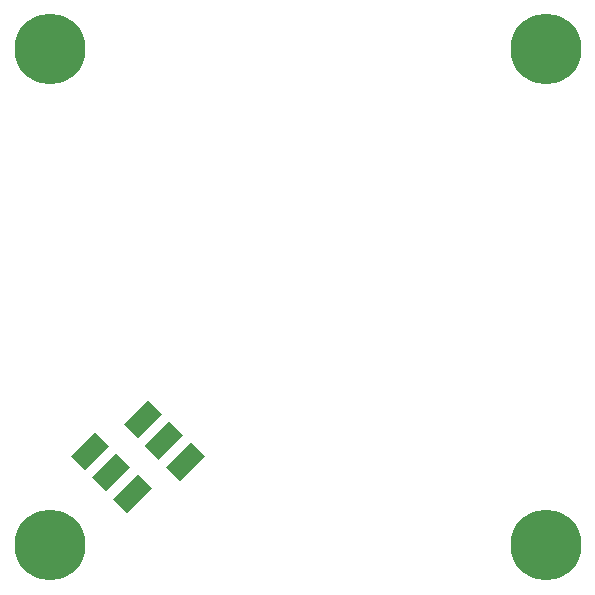
<source format=gbs>
G04 #@! TF.GenerationSoftware,KiCad,Pcbnew,(5.99.0-492-g30da2b31e)*
G04 #@! TF.CreationDate,2019-12-11T09:51:52+01:00*
G04 #@! TF.ProjectId,LED_Panel_Flat,4c45445f-5061-46e6-956c-5f466c61742e,rev?*
G04 #@! TF.SameCoordinates,Original*
G04 #@! TF.FileFunction,Soldermask,Bot*
G04 #@! TF.FilePolarity,Negative*
%FSLAX46Y46*%
G04 Gerber Fmt 4.6, Leading zero omitted, Abs format (unit mm)*
G04 Created by KiCad (PCBNEW (5.99.0-492-g30da2b31e)) date 2019-12-11 09:51:52*
%MOMM*%
%LPD*%
G04 APERTURE LIST*
%ADD10C,6.000000*%
G04 APERTURE END LIST*
D10*
X160000000Y-113000000D03*
X160000000Y-71000000D03*
G36*
X131120009Y-105449013D02*
G01*
X129041115Y-107527907D01*
X127860247Y-106347039D01*
X129939141Y-104268145D01*
X131120009Y-105449013D01*
G37*
G36*
X126629881Y-108143089D02*
G01*
X124550987Y-110221983D01*
X123370119Y-109041115D01*
X125449013Y-106962221D01*
X126629881Y-108143089D01*
G37*
G36*
X129323958Y-103652961D02*
G01*
X127245064Y-105731855D01*
X126064196Y-104550987D01*
X128143090Y-102472093D01*
X129323958Y-103652961D01*
G37*
G36*
X124833830Y-106347038D02*
G01*
X122754936Y-108425932D01*
X121574068Y-107245064D01*
X123652962Y-105166170D01*
X124833830Y-106347038D01*
G37*
G36*
X127527907Y-101856910D02*
G01*
X125449013Y-103935804D01*
X124268145Y-102754936D01*
X126347039Y-100676042D01*
X127527907Y-101856910D01*
G37*
G36*
X123037779Y-104550987D02*
G01*
X120958885Y-106629881D01*
X119778017Y-105449013D01*
X121856911Y-103370119D01*
X123037779Y-104550987D01*
G37*
X118000000Y-71000000D03*
X118000000Y-113000000D03*
M02*

</source>
